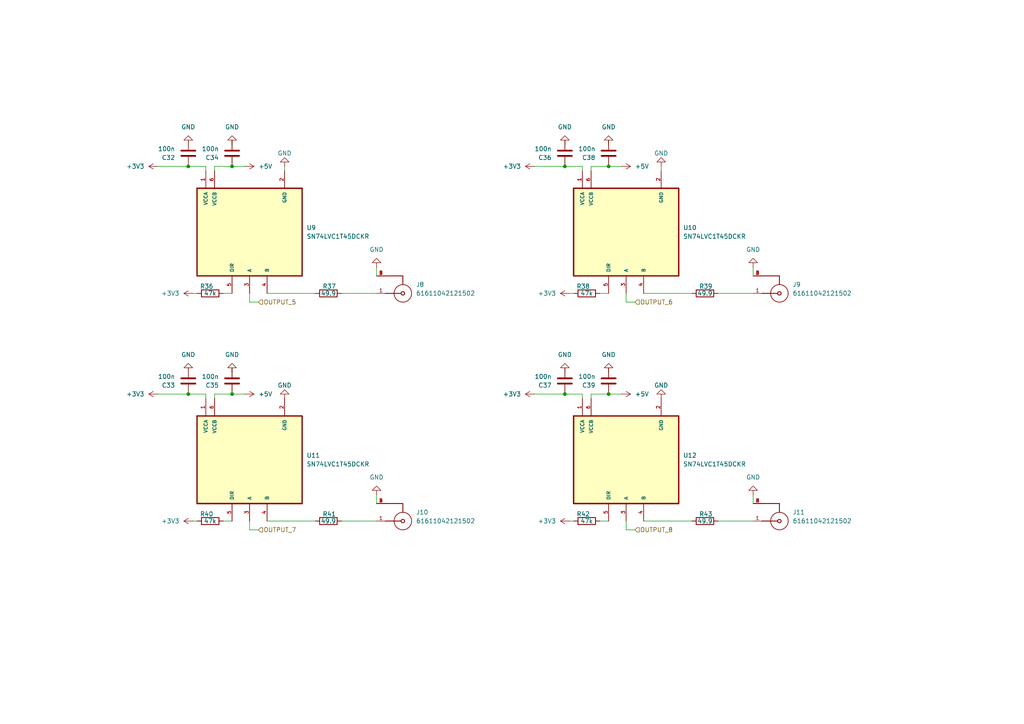
<source format=kicad_sch>
(kicad_sch (version 20250114) (generator "eeschema") (generator_version "9.0")
  (paper "A4")
  (title_block (title "OpenSync Output Ports 5 to 8") (date "2025-12-02") (rev "0.2") (company "OpenPIV Consortium"))
  (lib_symbols
    (symbol "61611042121502:61611042121502" (pin_names (offset 1.016))
      (property "Reference" "J" (at 0 3.54 0))
      (property "Value" "61611042121502" (at -5.08 -8.08 0))
      (symbol "61611042121502_0_0"
        (circle (center 0 0) (radius 0.5) (stroke (width 0.254)))
        (circle (center 0 0) (radius 2.54) (stroke (width 0.2)))
        (polyline (pts (xy 0 -2.54) (xy 0 -5.08)) (stroke (width 0.254)))
        (polyline (pts (xy 0 -5.08) (xy 5.08 -5.08)) (stroke (width 0.254)))
        (polyline (pts (xy 5.08 0) (xy 0.54 0)) (stroke (width 0.254)))
        (pin passive line (at 7.62 0 180) (length 2.54) (name "~") (number "1"))
        (pin passive line (at 7.62 -5.08 180) (length 2.54) (name "~") (number "2"))
        (pin passive line (at 7.62 -5.08 180) (length 2.54) (name "~") (number "3"))
        (pin passive line (at 7.62 -5.08 180) (length 2.54) (name "~") (number "4"))
        (pin passive line (at 7.62 -5.08 180) (length 2.54) (name "~") (number "5"))
      )
    )
    (symbol "Device:C" (pin_numbers (hide yes)) (pin_names (offset 0.254))
      (property "Reference" "C" (at 0.635 2.54 0))
      (property "Value" "C" (at 0.635 -2.54 0))
      (symbol "C_0_1"
        (polyline (pts (xy -2.032 0.762) (xy 2.032 0.762)) (stroke (width 0.508)))
        (polyline (pts (xy -2.032 -0.762) (xy 2.032 -0.762)) (stroke (width 0.508)))
      )
      (symbol "C_1_1"
        (pin passive line (at 0 3.81 270) (length 2.794) (name "~") (number "1"))
        (pin passive line (at 0 -3.81 90) (length 2.794) (name "~") (number "2"))
      )
    )
    (symbol "Device:R" (pin_numbers (hide yes)) (pin_names (offset 0))
      (property "Reference" "R" (at 2.032 0 90))
      (property "Value" "R" (at 0 0 90))
      (symbol "R_0_1"
        (rectangle (start -1.016 -2.54) (end 1.016 2.54) (stroke (width 0.254)))
      )
      (symbol "R_1_1"
        (pin passive line (at 0 3.81 270) (length 1.27) (name "~") (number "1"))
        (pin passive line (at 0 -3.81 90) (length 1.27) (name "~") (number "2"))
      )
    )
    (symbol "SN74LVC1T45DCKR:SN74LVC1T45DCKR" (pin_names (offset 1.016))
      (property "Reference" "U" (at -12.7 16.24 0))
      (property "Value" "SN74LVC1T45DCKR" (at -12.7 -19.24 0))
      (symbol "SN74LVC1T45DCKR_0_0"
        (rectangle (start -12.7 -15.24) (end 12.7 15.24) (stroke (width 0.41)) (fill (type background)))
        (pin input line (at -17.78 5.08 0) (length 5.08) (name "DIR") (number "5"))
        (pin bidirectional line (at -17.78 0 0) (length 5.08) (name "A") (number "3"))
        (pin bidirectional line (at -17.78 -5.08 0) (length 5.08) (name "B") (number "4"))
        (pin power_in line (at 17.78 12.7 180) (length 5.08) (name "VCCA") (number "1"))
        (pin power_in line (at 17.78 10.16 180) (length 5.08) (name "VCCB") (number "6"))
        (pin power_in line (at 17.78 -10.16 180) (length 5.08) (name "GND") (number "2"))
      )
    )
    (symbol "power:+3V3" (power) (pin_numbers (hide yes)) (pin_names (offset 0) (hide yes))
      (property "Value" "+3V3" (at 0 3.556 0))
      (symbol "+3V3_0_1"
        (polyline (pts (xy -0.762 1.27) (xy 0 2.54)))
        (polyline (pts (xy 0 2.54) (xy 0.762 1.27)))
        (polyline (pts (xy 0 0) (xy 0 2.54)))
      )
      (symbol "+3V3_1_1"
        (pin power_in line (at 0 0 90) (length 0) (name "~") (number "1"))
      )
    )
    (symbol "power:+5V" (power) (pin_numbers (hide yes)) (pin_names (offset 0) (hide yes))
      (property "Value" "+5V" (at 0 3.556 0))
      (symbol "+5V_0_1"
        (polyline (pts (xy -0.762 1.27) (xy 0 2.54)))
        (polyline (pts (xy 0 2.54) (xy 0.762 1.27)))
        (polyline (pts (xy 0 0) (xy 0 2.54)))
      )
      (symbol "+5V_1_1"
        (pin power_in line (at 0 0 90) (length 0) (name "~") (number "1"))
      )
    )
    (symbol "power:GND" (power) (pin_numbers (hide yes)) (pin_names (offset 0) (hide yes))
      (property "Value" "GND" (at 0 -3.81 0))
      (symbol "GND_0_1"
        (polyline (pts (xy 0 0) (xy 0 -1.27) (xy 1.27 -1.27) (xy 0 -2.54) (xy -1.27 -1.27) (xy 0 -1.27)))
      )
      (symbol "GND_1_1"
        (pin power_in line (at 0 0 270) (length 0) (name "~") (number "1"))
      )
    )
  )
  (junction (at 67.31 114.3))
  (junction (at 54.61 114.3))
  (junction (at 176.53 48.26))
  (junction (at 163.83 48.26))
  (junction (at 54.61 48.26))
  (junction (at 67.31 48.26))
  (junction (at 176.53 114.3))
  (junction (at 163.83 114.3))
  (wire (pts (xy 208.28 151.13) (xy 218.44 151.13)))
  (wire (pts (xy 176.53 107.95) (xy 176.53 106.68)))
  (wire (pts (xy 181.61 151.13) (xy 181.61 153.67)))
  (wire (pts (xy 154.94 114.3) (xy 163.83 114.3)))
  (wire (pts (xy 109.22 77.47) (xy 109.22 80.01)))
  (wire (pts (xy 191.77 48.26) (xy 191.77 49.53)))
  (wire (pts (xy 163.83 114.3) (xy 168.91 114.3)))
  (wire (pts (xy 72.39 153.67) (xy 74.93 153.67)))
  (wire (pts (xy 165.1 151.13) (xy 166.37 151.13)))
  (wire (pts (xy 171.45 114.3) (xy 176.53 114.3)))
  (wire (pts (xy 54.61 48.26) (xy 59.69 48.26)))
  (wire (pts (xy 67.31 41.91) (xy 67.31 40.64)))
  (wire (pts (xy 91.44 85.09) (xy 77.47 85.09)))
  (wire (pts (xy 55.88 85.09) (xy 57.15 85.09)))
  (wire (pts (xy 54.61 114.3) (xy 59.69 114.3)))
  (wire (pts (xy 45.72 114.3) (xy 54.61 114.3)))
  (wire (pts (xy 171.45 114.3) (xy 171.45 115.57)))
  (wire (pts (xy 55.88 151.13) (xy 57.15 151.13)))
  (wire (pts (xy 171.45 48.26) (xy 176.53 48.26)))
  (wire (pts (xy 218.44 143.51) (xy 218.44 146.05)))
  (wire (pts (xy 62.23 48.26) (xy 62.23 49.53)))
  (wire (pts (xy 67.31 107.95) (xy 67.31 106.68)))
  (wire (pts (xy 208.28 85.09) (xy 218.44 85.09)))
  (wire (pts (xy 154.94 48.26) (xy 163.83 48.26)))
  (wire (pts (xy 168.91 114.3) (xy 168.91 115.57)))
  (wire (pts (xy 54.61 41.91) (xy 54.61 40.64)))
  (wire (pts (xy 62.23 114.3) (xy 62.23 115.57)))
  (wire (pts (xy 82.55 48.26) (xy 82.55 49.53)))
  (wire (pts (xy 62.23 114.3) (xy 67.31 114.3)))
  (wire (pts (xy 163.83 107.95) (xy 163.83 106.68)))
  (wire (pts (xy 176.53 114.3) (xy 180.34 114.3)))
  (wire (pts (xy 173.99 151.13) (xy 176.53 151.13)))
  (wire (pts (xy 171.45 48.26) (xy 171.45 49.53)))
  (wire (pts (xy 67.31 114.3) (xy 71.12 114.3)))
  (wire (pts (xy 67.31 48.26) (xy 71.12 48.26)))
  (wire (pts (xy 99.06 151.13) (xy 109.22 151.13)))
  (wire (pts (xy 62.23 48.26) (xy 67.31 48.26)))
  (wire (pts (xy 54.61 107.95) (xy 54.61 106.68)))
  (wire (pts (xy 72.39 85.09) (xy 72.39 87.63)))
  (wire (pts (xy 64.77 85.09) (xy 67.31 85.09)))
  (wire (pts (xy 64.77 151.13) (xy 67.31 151.13)))
  (wire (pts (xy 200.66 85.09) (xy 186.69 85.09)))
  (wire (pts (xy 176.53 41.91) (xy 176.53 40.64)))
  (wire (pts (xy 168.91 48.26) (xy 168.91 49.53)))
  (wire (pts (xy 186.69 151.13) (xy 200.66 151.13)))
  (wire (pts (xy 72.39 151.13) (xy 72.39 153.67)))
  (wire (pts (xy 181.61 87.63) (xy 184.15 87.63)))
  (wire (pts (xy 173.99 85.09) (xy 176.53 85.09)))
  (wire (pts (xy 45.72 48.26) (xy 54.61 48.26)))
  (wire (pts (xy 99.06 85.09) (xy 109.22 85.09)))
  (wire (pts (xy 109.22 143.51) (xy 109.22 146.05)))
  (wire (pts (xy 218.44 77.47) (xy 218.44 80.01)))
  (wire (pts (xy 59.69 48.26) (xy 59.69 49.53)))
  (wire (pts (xy 59.69 114.3) (xy 59.69 115.57)))
  (wire (pts (xy 165.1 85.09) (xy 166.37 85.09)))
  (wire (pts (xy 163.83 41.91) (xy 163.83 40.64)))
  (wire (pts (xy 181.61 85.09) (xy 181.61 87.63)))
  (wire (pts (xy 176.53 48.26) (xy 180.34 48.26)))
  (wire (pts (xy 163.83 48.26) (xy 168.91 48.26)))
  (wire (pts (xy 72.39 87.63) (xy 74.93 87.63)))
  (wire (pts (xy 77.47 151.13) (xy 91.44 151.13)))
  (wire (pts (xy 181.61 153.67) (xy 184.15 153.67)))
  (hierarchical_label "OUTPUT_7" (shape input) (at 74.93 153.67 0))
  (hierarchical_label "OUTPUT_5" (shape input) (at 74.93 87.63 0))
  (hierarchical_label "OUTPUT_8" (shape input) (at 184.15 153.67 0))
  (hierarchical_label "OUTPUT_6" (shape input) (at 184.15 87.63 0))
  (symbol (lib_id "power:GND") (at 191.77 48.26 180) (unit 1)
    (property "Reference" "#PWR0133" (effects (hide yes)))
    (property "Value" "GND" (at 191.77 44.45 0))
    (property "Description" "Power symbol creates a global label with name \"GND\" , ground" (effects (hide yes)))
  )
  (symbol (lib_id "Device:C") (at 176.53 44.45 180) (unit 1)
    (property "Reference" "C38" (at 172.72 45.7201 0) (effects (justify left)))
    (property "Value" "100n" (at 172.72 43.1801 0) (effects (justify left)))
    (property "Footprint" "RP2350_80QFN_minimal:C_0402_1005Metric_small_pads" (effects (hide yes)))
    (property "Description" "Unpolarized capacitor" (effects (hide yes)))
  )
  (symbol (lib_id "power:+5V") (at 180.34 114.3 270) (unit 1)
    (property "Reference" "#PWR0132" (effects (hide yes)))
    (property "Value" "+5V" (at 184.15 114.2999 90) (effects (justify left)))
    (property "Description" "Power symbol creates a global label with name \"+5V\"" (effects (hide yes)))
  )
  (symbol (lib_id "power:GND") (at 54.61 41.91 180) (unit 1)
    (property "Reference" "#PWR0113" (effects (hide yes)))
    (property "Value" "GND" (at 54.61 36.83 0))
    (property "Description" "Power symbol creates a global label with name \"GND\" , ground" (effects (hide yes)))
  )
  (symbol (lib_id "61611042121502:61611042121502") (at 226.06 151.13 180) (unit 1)
    (property "Reference" "J11" (at 229.87 148.5764 0) (effects (justify right)))
    (property "Value" "61611042121502" (at 229.87 151.1164 0) (effects (justify right)))
    (property "Footprint" "61611042121502:61611042121502" (effects (hide yes)))
  )
  (symbol (lib_id "power:+5V") (at 180.34 48.26 270) (unit 1)
    (property "Reference" "#PWR0131" (effects (hide yes)))
    (property "Value" "+5V" (at 184.15 48.26 90) (effects (justify left)))
    (property "Description" "Power symbol creates a global label with name \"+5V\"" (effects (hide yes)))
  )
  (symbol (lib_id "power:+3V3") (at 165.1 151.13 90) (unit 1)
    (property "Reference" "#PWR0128" (effects (hide yes)))
    (property "Value" "+3V3" (at 161.29 151.1299 90) (effects (justify left)))
    (property "Description" "Power symbol creates a global label with name \"+3V3\"" (effects (hide yes)))
  )
  (symbol (lib_id "power:+5V") (at 71.12 48.26 270) (unit 1)
    (property "Reference" "#PWR0119" (effects (hide yes)))
    (property "Value" "+5V" (at 74.93 48.26 90) (effects (justify left)))
    (property "Description" "Power symbol creates a global label with name \"+5V\"" (effects (hide yes)))
  )
  (symbol (lib_id "power:+3V3") (at 55.88 85.09 90) (unit 1)
    (property "Reference" "#PWR0115" (effects (hide yes)))
    (property "Value" "+3V3" (at 52.07 85.0899 90) (effects (justify left)))
    (property "Description" "Power symbol creates a global label with name \"+3V3\"" (effects (hide yes)))
  )
  (symbol (lib_id "power:GND") (at 176.53 41.91 180) (unit 1)
    (property "Reference" "#PWR0129" (effects (hide yes)))
    (property "Value" "GND" (at 176.53 36.83 0))
    (property "Description" "Power symbol creates a global label with name \"GND\" , ground" (effects (hide yes)))
  )
  (symbol (lib_id "power:GND") (at 218.44 77.47 180) (unit 1)
    (property "Reference" "#PWR030" (effects (hide yes)))
    (property "Value" "GND" (at 218.44 72.39 0))
    (property "Description" "Power symbol creates a global label with name \"GND\" , ground" (effects (hide yes)))
  )
  (symbol (lib_id "power:GND") (at 163.83 107.95 180) (unit 1)
    (property "Reference" "#PWR0126" (effects (hide yes)))
    (property "Value" "GND" (at 163.83 102.87 0))
    (property "Description" "Power symbol creates a global label with name \"GND\" , ground" (effects (hide yes)))
  )
  (symbol (lib_id "power:+3V3") (at 55.88 151.13 90) (unit 1)
    (property "Reference" "#PWR0116" (effects (hide yes)))
    (property "Value" "+3V3" (at 52.07 151.1299 90) (effects (justify left)))
    (property "Description" "Power symbol creates a global label with name \"+3V3\"" (effects (hide yes)))
  )
  (symbol (lib_id "power:GND") (at 218.44 143.51 180) (unit 1)
    (property "Reference" "#PWR031" (effects (hide yes)))
    (property "Value" "GND" (at 218.44 138.43 0))
    (property "Description" "Power symbol creates a global label with name \"GND\" , ground" (effects (hide yes)))
  )
  (symbol (lib_id "Device:R") (at 170.18 85.09 90) (unit 1)
    (property "Reference" "R38" (at 169.164 83.058 90))
    (property "Value" "47k" (at 170.18 85.09 90))
    (property "Footprint" "Resistor_SMD:R_0402_1005Metric" (effects (hide yes)))
    (property "Description" "Resistor" (effects (hide yes)))
  )
  (symbol (lib_id "power:+5V") (at 71.12 114.3 270) (unit 1)
    (property "Reference" "#PWR0120" (effects (hide yes)))
    (property "Value" "+5V" (at 74.93 114.2999 90) (effects (justify left)))
    (property "Description" "Power symbol creates a global label with name \"+5V\"" (effects (hide yes)))
  )
  (symbol (lib_id "Device:R") (at 170.18 151.13 90) (unit 1)
    (property "Reference" "R42" (at 169.164 149.098 90))
    (property "Value" "47k" (at 170.18 151.13 90))
    (property "Footprint" "Resistor_SMD:R_0402_1005Metric" (effects (hide yes)))
    (property "Description" "Resistor" (effects (hide yes)))
  )
  (symbol (lib_id "Device:C") (at 67.31 110.49 180) (unit 1)
    (property "Reference" "C35" (at 63.5 111.7601 0) (effects (justify left)))
    (property "Value" "100n" (at 63.5 109.2201 0) (effects (justify left)))
    (property "Footprint" "RP2350_80QFN_minimal:C_0402_1005Metric_small_pads" (effects (hide yes)))
    (property "Description" "Unpolarized capacitor" (effects (hide yes)))
  )
  (symbol (lib_id "61611042121502:61611042121502") (at 116.84 151.13 180) (unit 1)
    (property "Reference" "J10" (at 120.65 148.5764 0) (effects (justify right)))
    (property "Value" "61611042121502" (at 120.65 151.1164 0) (effects (justify right)))
    (property "Footprint" "61611042121502:61611042121502" (effects (hide yes)))
  )
  (symbol (lib_id "Device:R") (at 60.96 85.09 90) (unit 1)
    (property "Reference" "R36" (at 59.944 83.058 90))
    (property "Value" "47k" (at 60.96 85.09 90))
    (property "Footprint" "Resistor_SMD:R_0402_1005Metric" (effects (hide yes)))
    (property "Description" "Resistor" (effects (hide yes)))
  )
  (symbol (lib_id "Device:R") (at 204.47 151.13 90) (unit 1)
    (property "Reference" "R43" (at 204.724 149.098 90))
    (property "Value" "49.9" (at 204.47 151.13 90))
    (property "Footprint" "Resistor_SMD:R_0402_1005Metric" (effects (hide yes)))
    (property "Description" "Resistor" (effects (hide yes)))
  )
  (symbol (lib_id "Device:R") (at 95.25 85.09 90) (unit 1)
    (property "Reference" "R37" (at 95.504 83.058 90))
    (property "Value" "49.9" (at 95.25 85.09 90))
    (property "Footprint" "Resistor_SMD:R_0402_1005Metric" (effects (hide yes)))
    (property "Description" "Resistor" (effects (hide yes)))
  )
  (symbol (lib_id "SN74LVC1T45DCKR:SN74LVC1T45DCKR") (at 72.39 133.35 90) (unit 1)
    (property "Reference" "U11" (at 88.9 132.0799 90) (effects (justify right)))
    (property "Value" "SN74LVC1T45DCKR" (at 88.9 134.6199 90) (effects (justify right)))
    (property "Footprint" "SN74LVC1T45DCKR:SOT65P210X110-6N" (effects (hide yes)))
  )
  (symbol (lib_id "Device:C") (at 176.53 110.49 180) (unit 1)
    (property "Reference" "C39" (at 172.72 111.7601 0) (effects (justify left)))
    (property "Value" "100n" (at 172.72 109.2201 0) (effects (justify left)))
    (property "Footprint" "RP2350_80QFN_minimal:C_0402_1005Metric_small_pads" (effects (hide yes)))
    (property "Description" "Unpolarized capacitor" (effects (hide yes)))
  )
  (symbol (lib_id "61611042121502:61611042121502") (at 226.06 85.09 180) (unit 1)
    (property "Reference" "J9" (at 229.87 82.5364 0) (effects (justify right)))
    (property "Value" "61611042121502" (at 229.87 85.0764 0) (effects (justify right)))
    (property "Footprint" "61611042121502:61611042121502" (effects (hide yes)))
  )
  (symbol (lib_id "SN74LVC1T45DCKR:SN74LVC1T45DCKR") (at 72.39 67.31 90) (unit 1)
    (property "Reference" "U9" (at 88.9 66.0399 90) (effects (justify right)))
    (property "Value" "SN74LVC1T45DCKR" (at 88.9 68.5799 90) (effects (justify right)))
    (property "Footprint" "SN74LVC1T45DCKR:SOT65P210X110-6N" (effects (hide yes)))
  )
  (symbol (lib_id "power:+3V3") (at 45.72 114.3 90) (unit 1)
    (property "Reference" "#PWR0112" (effects (hide yes)))
    (property "Value" "+3V3" (at 41.91 114.2999 90) (effects (justify left)))
    (property "Description" "Power symbol creates a global label with name \"+3V3\"" (effects (hide yes)))
  )
  (symbol (lib_id "power:GND") (at 191.77 115.57 180) (unit 1)
    (property "Reference" "#PWR0134" (effects (hide yes)))
    (property "Value" "GND" (at 191.77 111.76 0))
    (property "Description" "Power symbol creates a global label with name \"GND\" , ground" (effects (hide yes)))
  )
  (symbol (lib_id "power:GND") (at 67.31 41.91 180) (unit 1)
    (property "Reference" "#PWR0117" (effects (hide yes)))
    (property "Value" "GND" (at 67.31 36.83 0))
    (property "Description" "Power symbol creates a global label with name \"GND\" , ground" (effects (hide yes)))
  )
  (symbol (lib_id "61611042121502:61611042121502") (at 116.84 85.09 180) (unit 1)
    (property "Reference" "J8" (at 120.65 82.5364 0) (effects (justify right)))
    (property "Value" "61611042121502" (at 120.65 85.0764 0) (effects (justify right)))
    (property "Footprint" "61611042121502:61611042121502" (effects (hide yes)))
  )
  (symbol (lib_id "power:+3V3") (at 154.94 114.3 90) (unit 1)
    (property "Reference" "#PWR0124" (effects (hide yes)))
    (property "Value" "+3V3" (at 151.13 114.2999 90) (effects (justify left)))
    (property "Description" "Power symbol creates a global label with name \"+3V3\"" (effects (hide yes)))
  )
  (symbol (lib_id "Device:C") (at 54.61 110.49 180) (unit 1)
    (property "Reference" "C33" (at 50.8 111.7601 0) (effects (justify left)))
    (property "Value" "100n" (at 50.8 109.2201 0) (effects (justify left)))
    (property "Footprint" "RP2350_80QFN_minimal:C_0402_1005Metric_small_pads" (effects (hide yes)))
    (property "Description" "Unpolarized capacitor" (effects (hide yes)))
  )
  (symbol (lib_id "Device:R") (at 204.47 85.09 90) (unit 1)
    (property "Reference" "R39" (at 204.724 83.058 90))
    (property "Value" "49.9" (at 204.47 85.09 90))
    (property "Footprint" "Resistor_SMD:R_0402_1005Metric" (effects (hide yes)))
    (property "Description" "Resistor" (effects (hide yes)))
  )
  (symbol (lib_id "Device:C") (at 163.83 110.49 180) (unit 1)
    (property "Reference" "C37" (at 160.02 111.7601 0) (effects (justify left)))
    (property "Value" "100n" (at 160.02 109.2201 0) (effects (justify left)))
    (property "Footprint" "RP2350_80QFN_minimal:C_0402_1005Metric_small_pads" (effects (hide yes)))
    (property "Description" "Unpolarized capacitor" (effects (hide yes)))
  )
  (symbol (lib_id "power:+3V3") (at 45.72 48.26 90) (unit 1)
    (property "Reference" "#PWR0111" (effects (hide yes)))
    (property "Value" "+3V3" (at 41.91 48.2599 90) (effects (justify left)))
    (property "Description" "Power symbol creates a global label with name \"+3V3\"" (effects (hide yes)))
  )
  (symbol (lib_id "Device:C") (at 163.83 44.45 180) (unit 1)
    (property "Reference" "C36" (at 160.02 45.7201 0) (effects (justify left)))
    (property "Value" "100n" (at 160.02 43.1801 0) (effects (justify left)))
    (property "Footprint" "RP2350_80QFN_minimal:C_0402_1005Metric_small_pads" (effects (hide yes)))
    (property "Description" "Unpolarized capacitor" (effects (hide yes)))
  )
  (symbol (lib_id "power:GND") (at 176.53 107.95 180) (unit 1)
    (property "Reference" "#PWR0130" (effects (hide yes)))
    (property "Value" "GND" (at 176.53 102.87 0))
    (property "Description" "Power symbol creates a global label with name \"GND\" , ground" (effects (hide yes)))
  )
  (symbol (lib_id "Device:R") (at 95.25 151.13 90) (unit 1)
    (property "Reference" "R41" (at 95.504 149.098 90))
    (property "Value" "49.9" (at 95.25 151.13 90))
    (property "Footprint" "Resistor_SMD:R_0402_1005Metric" (effects (hide yes)))
    (property "Description" "Resistor" (effects (hide yes)))
  )
  (symbol (lib_id "power:+3V3") (at 165.1 85.09 90) (unit 1)
    (property "Reference" "#PWR0127" (effects (hide yes)))
    (property "Value" "+3V3" (at 161.29 85.0899 90) (effects (justify left)))
    (property "Description" "Power symbol creates a global label with name \"+3V3\"" (effects (hide yes)))
  )
  (symbol (lib_id "power:GND") (at 109.22 143.51 180) (unit 1)
    (property "Reference" "#PWR029" (effects (hide yes)))
    (property "Value" "GND" (at 109.22 138.43 0))
    (property "Description" "Power symbol creates a global label with name \"GND\" , ground" (effects (hide yes)))
  )
  (symbol (lib_id "power:+3V3") (at 154.94 48.26 90) (unit 1)
    (property "Reference" "#PWR0123" (effects (hide yes)))
    (property "Value" "+3V3" (at 151.13 48.2599 90) (effects (justify left)))
    (property "Description" "Power symbol creates a global label with name \"+3V3\"" (effects (hide yes)))
  )
  (symbol (lib_id "power:GND") (at 109.22 77.47 180) (unit 1)
    (property "Reference" "#PWR028" (effects (hide yes)))
    (property "Value" "GND" (at 109.22 72.39 0))
    (property "Description" "Power symbol creates a global label with name \"GND\" , ground" (effects (hide yes)))
  )
  (symbol (lib_id "SN74LVC1T45DCKR:SN74LVC1T45DCKR") (at 181.61 133.35 90) (unit 1)
    (property "Reference" "U12" (at 198.12 132.0799 90) (effects (justify right)))
    (property "Value" "SN74LVC1T45DCKR" (at 198.12 134.6199 90) (effects (justify right)))
    (property "Footprint" "SN74LVC1T45DCKR:SOT65P210X110-6N" (effects (hide yes)))
  )
  (symbol (lib_id "Device:C") (at 54.61 44.45 180) (unit 1)
    (property "Reference" "C32" (at 50.8 45.7201 0) (effects (justify left)))
    (property "Value" "100n" (at 50.8 43.1801 0) (effects (justify left)))
    (property "Footprint" "RP2350_80QFN_minimal:C_0402_1005Metric_small_pads" (effects (hide yes)))
    (property "Description" "Unpolarized capacitor" (effects (hide yes)))
  )
  (symbol (lib_id "power:GND") (at 82.55 48.26 180) (unit 1)
    (property "Reference" "#PWR0121" (effects (hide yes)))
    (property "Value" "GND" (at 82.55 44.45 0))
    (property "Description" "Power symbol creates a global label with name \"GND\" , ground" (effects (hide yes)))
  )
  (symbol (lib_id "Device:C") (at 67.31 44.45 180) (unit 1)
    (property "Reference" "C34" (at 63.5 45.7201 0) (effects (justify left)))
    (property "Value" "100n" (at 63.5 43.1801 0) (effects (justify left)))
    (property "Footprint" "RP2350_80QFN_minimal:C_0402_1005Metric_small_pads" (effects (hide yes)))
    (property "Description" "Unpolarized capacitor" (effects (hide yes)))
  )
  (symbol (lib_id "power:GND") (at 163.83 41.91 180) (unit 1)
    (property "Reference" "#PWR0125" (effects (hide yes)))
    (property "Value" "GND" (at 163.83 36.83 0))
    (property "Description" "Power symbol creates a global label with name \"GND\" , ground" (effects (hide yes)))
  )
  (symbol (lib_id "Device:R") (at 60.96 151.13 90) (unit 1)
    (property "Reference" "R40" (at 59.944 149.098 90))
    (property "Value" "47k" (at 60.96 151.13 90))
    (property "Footprint" "Resistor_SMD:R_0402_1005Metric" (effects (hide yes)))
    (property "Description" "Resistor" (effects (hide yes)))
  )
  (symbol (lib_id "power:GND") (at 82.55 115.57 180) (unit 1)
    (property "Reference" "#PWR0122" (effects (hide yes)))
    (property "Value" "GND" (at 82.55 111.76 0))
    (property "Description" "Power symbol creates a global label with name \"GND\" , ground" (effects (hide yes)))
  )
  (symbol (lib_id "power:GND") (at 54.61 107.95 180) (unit 1)
    (property "Reference" "#PWR0114" (effects (hide yes)))
    (property "Value" "GND" (at 54.61 102.87 0))
    (property "Description" "Power symbol creates a global label with name \"GND\" , ground" (effects (hide yes)))
  )
  (symbol (lib_id "power:GND") (at 67.31 107.95 180) (unit 1)
    (property "Reference" "#PWR0118" (effects (hide yes)))
    (property "Value" "GND" (at 67.31 102.87 0))
    (property "Description" "Power symbol creates a global label with name \"GND\" , ground" (effects (hide yes)))
  )
  (symbol (lib_id "SN74LVC1T45DCKR:SN74LVC1T45DCKR") (at 181.61 67.31 90) (unit 1)
    (property "Reference" "U10" (at 198.12 66.0399 90) (effects (justify right)))
    (property "Value" "SN74LVC1T45DCKR" (at 198.12 68.5799 90) (effects (justify right)))
    (property "Footprint" "SN74LVC1T45DCKR:SOT65P210X110-6N" (effects (hide yes)))
  )
)
</source>
